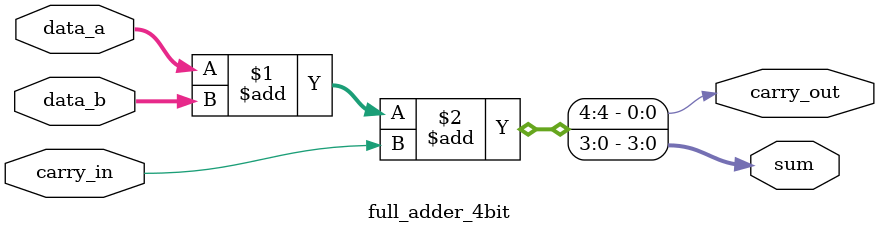
<source format=sv>
   module   full_adder_4bit (
      carry_in,
      data_a,
      data_b,
      sum,
      carry_out

    );

    parameter   reg_size = 4;

    input   logic                carry_in;
    input   logic [reg_size-1:0] data_a;
    input   logic [reg_size-1:0] data_b;
    output  logic [reg_size-1:0] sum;
    output  logic                carry_out;

    assign {carry_out,sum} = data_a + data_b + carry_in;

  endmodule
</source>
